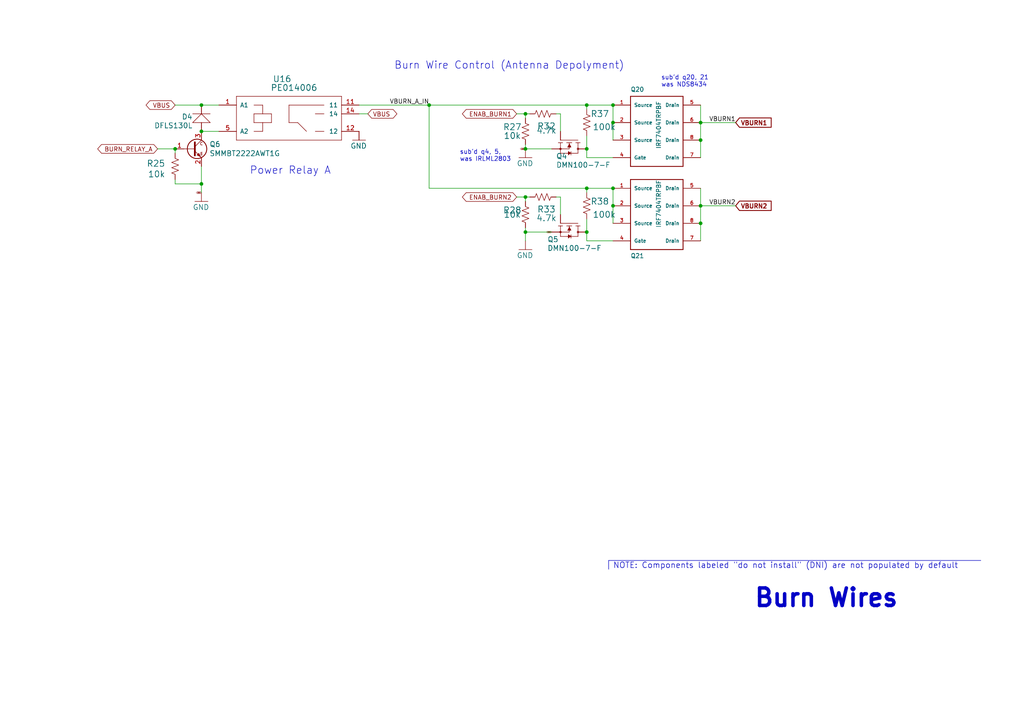
<source format=kicad_sch>
(kicad_sch (version 20230121) (generator eeschema)
  (paper "A4")
  (title_block (title "PyCubed Mainboard") (date "2021-06-09") (rev "v05c") (company "Max Holliday"))
  (lib_symbols
    (symbol "Device:R_US" (pin_numbers hide) (pin_names (offset 0))
      (property "Reference" "R" (at 2.54 0 90))
      (property "Value" "R_US" (at -2.54 0 90))
      (symbol "R_US_0_1"
        (polyline (pts (xy 0 -2.286) (xy 0 -2.54)))
        (polyline (pts (xy 0 2.286) (xy 0 2.54)))
        (polyline (pts (xy 0 -0.762) (xy 1.016 -1.143) (xy 0 -1.524) (xy -1.016 -1.905) (xy 0 -2.286)))
        (polyline (pts (xy 0 0.762) (xy 1.016 0.381) (xy 0 0) (xy -1.016 -0.381) (xy 0 -0.762)))
        (polyline (pts (xy 0 2.286) (xy 1.016 1.905) (xy 0 1.524) (xy -1.016 1.143) (xy 0 0.762)))
      )
      (symbol "R_US_1_1"
        (pin passive line (at 0 3.81 270) (length 1.27) (name "~") (number "1"))
        (pin passive line (at 0 -3.81 90) (length 1.27) (name "~") (number "2"))
      )
    )
    (symbol "mainboard:DFLS130L" (pin_names (offset 1.016))
      (property "Reference" "D" (at 0 2.54 0))
      (property "Value" "DFLS130L" (at 0 -5.08 0))
      (symbol "DFLS130L_1_0"
        (polyline (pts (xy 0 -2.54) (xy 2.54 0)))
        (polyline (pts (xy 0 2.54) (xy 0 -2.54)))
        (polyline (pts (xy 2.54 0) (xy 0 2.54)))
        (polyline (pts (xy 2.54 2.54) (xy 2.54 -2.54)))
        (pin bidirectional line (at -2.54 0 0) (length 2.54) (name "A") (number "A"))
        (pin bidirectional line (at 5.08 0 180) (length 2.54) (name "C") (number "C"))
      )
    )
    (symbol "mainboard:GND" (power) (pin_names (offset 1.016))
      (property "Value" "GND" (at -2.54 -2.54 0))
      (symbol "GND_1_0"
        (polyline (pts (xy -1.905 0) (xy 1.905 0)))
        (pin power_in line (at 0 2.54 270) (length 2.54) (name "GND") (number "1"))
      )
    )
    (symbol "mainboard:IRLML2803TRPBF" (pin_names (offset 1.016))
      (property "Reference" "Q" (at -11.43 1.27 0))
      (property "Value" "IRLML2803TRPBF" (at -11.43 3.81 0))
      (symbol "IRLML2803TRPBF_1_0"
        (polyline (pts (xy 0 2.54) (xy 0 -2.54)))
        (polyline (pts (xy 0.762 -2.54) (xy 0.762 -3.175)))
        (polyline (pts (xy 0.762 -1.905) (xy 0.762 -2.54)))
        (polyline (pts (xy 0.762 0) (xy 0.762 -0.762)))
        (polyline (pts (xy 0.762 0) (xy 2.54 0)))
        (polyline (pts (xy 0.762 0.762) (xy 0.762 0)))
        (polyline (pts (xy 0.762 2.54) (xy 0.762 1.905)))
        (polyline (pts (xy 0.762 2.54) (xy 3.81 2.54)))
        (polyline (pts (xy 0.762 3.175) (xy 0.762 2.54)))
        (polyline (pts (xy 2.54 -2.54) (xy 0.762 -2.54)))
        (polyline (pts (xy 2.54 -2.54) (xy 3.81 -2.54)))
        (polyline (pts (xy 2.54 0) (xy 2.54 -2.54)))
        (polyline (pts (xy 3.302 0.508) (xy 3.81 0.508)))
        (polyline (pts (xy 3.81 -0.508) (xy 3.81 -2.54)))
        (polyline (pts (xy 3.81 0.508) (xy 3.81 -0.508)))
        (polyline (pts (xy 3.81 0.508) (xy 4.318 0.508)))
        (polyline (pts (xy 3.81 2.54) (xy 3.81 0.508)))
        (polyline (pts (xy 1.016 0) (xy 2.032 0.508) (xy 2.032 -0.508)) (fill (type outline)))
        (polyline (pts (xy 3.81 0.508) (xy 3.302 -0.254) (xy 4.318 -0.254)) (fill (type outline)))
        (circle (center 2.54 -2.54) (radius 0.254))
        (circle (center 2.54 2.54) (radius 0.254))
        (pin passive line (at -2.54 -2.54 0) (length 2.54) (name "G") (number "1"))
        (pin passive line (at 2.54 -5.08 90) (length 2.54) (name "S") (number "2"))
        (pin passive line (at 2.54 5.08 270) (length 2.54) (name "D") (number "3"))
      )
    )
    (symbol "mainboard:MMBT2222AT" (pin_names (offset 1.016) hide)
      (property "Reference" "Q" (at -8.89 3.81 0))
      (property "Value" "MMBT2222AT" (at 2.54 -1.27 0))
      (symbol "MMBT2222AT_0_1"
        (polyline (pts (xy -5.08 0) (xy -1.905 0)))
        (polyline (pts (xy -0.127 -1.397) (xy 0.254 -1.397)))
        (polyline (pts (xy -0.127 -1.016) (xy 0.254 -1.016)))
        (polyline (pts (xy -0.127 -1.016) (xy -0.127 -1.778) (xy 0.254 -1.778)))
        (polyline (pts (xy 0.254 1.905) (xy -0.127 1.905) (xy -0.254 1.651) (xy -0.254 1.397) (xy -0.127 1.143) (xy 0.254 1.143)))
      )
      (symbol "MMBT2222AT_1_1"
        (circle (center -1.27 0) (radius 2.8194) (stroke (width 0.254)))
        (polyline (pts (xy -1.905 0.635) (xy 0 2.54)))
        (polyline (pts (xy -1.905 -0.635) (xy 0 -2.54) (xy 0 -2.54)))
        (polyline (pts (xy -1.905 1.905) (xy -1.905 -1.905) (xy -1.905 -1.905)) (stroke (width 0.508)))
        (polyline (pts (xy -1.27 -1.778) (xy -0.762 -1.27) (xy -0.254 -2.286) (xy -1.27 -1.778) (xy -1.27 -1.778)) (fill (type outline)))
        (pin input line (at -7.62 0 0) (length 2.54) (name "B") (number "1"))
        (pin passive line (at 0 -5.08 90) (length 2.54) (name "E") (number "2"))
        (pin passive line (at 0 5.08 270) (length 2.54) (name "C") (number "3"))
      )
    )
    (symbol "mainboard:NDS8434" (pin_names (offset 1.016))
      (symbol "NDS8434_0_0"
        (polyline (pts (xy -7.62 -10.16) (xy -7.62 10.16)) (stroke (width 0.254)))
        (polyline (pts (xy -7.62 10.16) (xy 7.62 10.16)) (stroke (width 0.254)))
        (polyline (pts (xy 7.62 -10.16) (xy -7.62 -10.16)) (stroke (width 0.254)))
        (polyline (pts (xy 7.62 10.16) (xy 7.62 -10.16)) (stroke (width 0.254)))
        (pin bidirectional line (at -12.7 7.62 0) (length 5.08) (name "Source") (number "1"))
        (pin bidirectional line (at -12.7 2.54 0) (length 5.08) (name "Source") (number "2"))
        (pin bidirectional line (at -12.7 -2.54 0) (length 5.08) (name "Source") (number "3"))
        (pin bidirectional line (at -12.7 -7.62 0) (length 5.08) (name "Gate") (number "4"))
        (pin bidirectional line (at 12.7 7.62 180) (length 5.08) (name "Drain") (number "5"))
        (pin bidirectional line (at 12.7 2.54 180) (length 5.08) (name "Drain") (number "6"))
        (pin bidirectional line (at 12.7 -7.62 180) (length 5.08) (name "Drain") (number "7"))
        (pin bidirectional line (at 12.7 -2.54 180) (length 5.08) (name "Drain") (number "8"))
      )
    )
    (symbol "mainboard:PE014005" (pin_names (offset 1.016))
      (property "Reference" "U" (at -2.1844 9.1186 0))
      (property "Value" "PE014005" (at -2.8194 6.5786 0))
      (symbol "PE014005_1_0"
        (polyline (pts (xy -12.7 -7.62) (xy 17.78 -7.62)))
        (polyline (pts (xy -12.7 5.08) (xy -12.7 -7.62)))
        (polyline (pts (xy -7.62 -2.54) (xy -7.62 0)))
        (polyline (pts (xy -7.62 0) (xy -5.08 0)))
        (polyline (pts (xy -7.62 2.54) (xy -5.08 2.54)))
        (polyline (pts (xy -5.08 -5.08) (xy -7.62 -5.08)))
        (polyline (pts (xy -5.08 -2.54) (xy -7.62 -2.54)))
        (polyline (pts (xy -5.08 -2.54) (xy -5.08 -5.08)))
        (polyline (pts (xy -5.08 0) (xy -2.54 0)))
        (polyline (pts (xy -5.08 2.54) (xy -5.08 0)))
        (polyline (pts (xy -2.54 -2.54) (xy -5.08 -2.54)))
        (polyline (pts (xy -2.54 0) (xy -2.54 -2.54)))
        (polyline (pts (xy 2.54 -2.54) (xy 5.08 -2.54)))
        (polyline (pts (xy 2.54 2.54) (xy 2.54 -2.54)))
        (polyline (pts (xy 5.08 -2.54) (xy 7.62 -5.08)))
        (polyline (pts (xy 12.7 -5.08) (xy 10.16 -5.08)))
        (polyline (pts (xy 12.7 0) (xy 10.16 0)))
        (polyline (pts (xy 12.7 2.54) (xy 2.54 2.54)))
        (polyline (pts (xy 17.78 -7.62) (xy 17.78 5.08)))
        (polyline (pts (xy 17.78 5.08) (xy -12.7 5.08)))
        (pin passive line (at -17.78 2.54 0) (length 5.08) (name "A1") (number "1"))
        (pin passive line (at 22.86 2.54 180) (length 5.08) (name "11") (number "11"))
        (pin passive line (at 22.86 -5.08 180) (length 5.08) (name "12") (number "12"))
        (pin passive line (at 22.86 0 180) (length 5.08) (name "14") (number "14"))
        (pin passive line (at -17.78 -5.08 0) (length 5.08) (name "A2") (number "5"))
      )
    )
  )
  (junction (at 203.2 40.64))
  (junction (at 124.46 30.48))
  (junction (at 203.2 59.69))
  (junction (at 203.2 64.77))
  (junction (at 58.42 53.34))
  (junction (at 58.42 30.48))
  (junction (at 177.8 30.48))
  (junction (at 58.42 38.1))
  (junction (at 177.8 59.69))
  (junction (at 50.8 43.18))
  (junction (at 170.18 43.18))
  (junction (at 177.8 54.61))
  (junction (at 177.8 35.56))
  (junction (at 152.4 33.02))
  (junction (at 203.2 35.56))
  (junction (at 170.18 30.48))
  (junction (at 152.4 67.31))
  (junction (at 152.4 43.18))
  (junction (at 152.4 57.15))
  (junction (at 170.18 54.61))
  (junction (at 170.18 67.31))
  (wire (pts (xy 149.86 33.02) (xy 152.4 33.02)))
  (wire (pts (xy 170.18 30.48) (xy 170.18 31.75)))
  (wire (pts (xy 170.18 69.85) (xy 170.18 67.31)))
  (wire (pts (xy 152.4 66.04) (xy 152.4 67.31)))
  (wire (pts (xy 177.8 35.56) (xy 177.8 30.48)))
  (wire (pts (xy 152.4 41.91) (xy 152.4 43.18)))
  (wire (pts (xy 161.29 57.15) (xy 162.56 57.15)))
  (wire (pts (xy 162.56 38.1) (xy 162.56 33.02)))
  (wire (pts (xy 152.4 57.15) (xy 153.67 57.15)))
  (wire (pts (xy 50.8 52.07) (xy 50.8 53.34)))
  (wire (pts (xy 152.4 57.15) (xy 152.4 58.42)))
  (wire (pts (xy 104.14 30.48) (xy 124.46 30.48)))
  (wire (pts (xy 170.18 54.61) (xy 177.8 54.61)))
  (wire (pts (xy 203.2 35.56) (xy 203.2 40.64)))
  (wire (pts (xy 170.18 30.48) (xy 177.8 30.48)))
  (wire (pts (xy 170.18 63.5) (xy 170.18 67.31)))
  (wire (pts (xy 124.46 30.48) (xy 124.46 54.61)))
  (wire (pts (xy 170.18 39.37) (xy 170.18 43.18)))
  (wire (pts (xy 152.4 43.18) (xy 160.02 43.18)))
  (wire (pts (xy 177.8 59.69) (xy 177.8 54.61)))
  (wire (pts (xy 63.5 30.48) (xy 58.42 30.48)))
  (wire (pts (xy 203.2 59.69) (xy 203.2 54.61)))
  (wire (pts (xy 161.29 33.02) (xy 162.56 33.02)))
  (wire (pts (xy 203.2 30.48) (xy 203.2 35.56)))
  (wire (pts (xy 58.42 55.88) (xy 58.42 53.34)))
  (wire (pts (xy 149.86 57.15) (xy 152.4 57.15)))
  (wire (pts (xy 170.18 54.61) (xy 170.18 55.88)))
  (wire (pts (xy 124.46 30.48) (xy 170.18 30.48)))
  (wire (pts (xy 160.02 67.31) (xy 152.4 67.31)))
  (wire (pts (xy 177.8 69.85) (xy 170.18 69.85)))
  (wire (pts (xy 152.4 33.02) (xy 152.4 34.29)))
  (wire (pts (xy 203.2 59.69) (xy 213.36 59.69)))
  (wire (pts (xy 203.2 64.77) (xy 203.2 59.69)))
  (wire (pts (xy 152.4 67.31) (xy 152.4 69.85)))
  (wire (pts (xy 50.8 43.18) (xy 50.8 44.45)))
  (wire (pts (xy 124.46 54.61) (xy 170.18 54.61)))
  (wire (pts (xy 50.8 53.34) (xy 58.42 53.34)))
  (wire (pts (xy 177.8 40.64) (xy 177.8 35.56)))
  (wire (pts (xy 104.14 33.02) (xy 106.68 33.02)))
  (wire (pts (xy 45.72 43.18) (xy 50.8 43.18)))
  (wire (pts (xy 177.8 45.72) (xy 170.18 45.72)))
  (polyline (pts (xy 176.53 162.56) (xy 284.48 162.56)))
  (wire (pts (xy 177.8 64.77) (xy 177.8 59.69)))
  (wire (pts (xy 203.2 69.85) (xy 203.2 64.77)))
  (wire (pts (xy 58.42 53.34) (xy 58.42 48.26)))
  (wire (pts (xy 152.4 33.02) (xy 153.67 33.02)))
  (wire (pts (xy 170.18 45.72) (xy 170.18 43.18)))
  (wire (pts (xy 58.42 38.1) (xy 63.5 38.1)))
  (wire (pts (xy 162.56 62.23) (xy 162.56 57.15)))
  (wire (pts (xy 203.2 40.64) (xy 203.2 45.72)))
  (wire (pts (xy 203.2 35.56) (xy 213.36 35.56)))
  (wire (pts (xy 58.42 30.48) (xy 50.8 30.48)))
  (polyline (pts (xy 176.53 165.1) (xy 176.53 162.56)))
  (text "Burn Wire Control (Antenna Depolyment)" (at 114.3 20.32 0) (effects (font (size 2.159 2.159)) (justify left bottom)))
  (text "sub'd q4, 5, \nwas IRLML2803" (at 133.35 46.99 0) (effects (font (size 1.27 1.27)) (justify left bottom)))
  (text "sub'd q20, 21\nwas NDS8434\n" (at 191.77 25.4 0) (effects (font (size 1.27 1.27)) (justify left bottom)))
  (text "NOTE: Components labeled \"do not install\" (DNI) are not populated by default" (at 177.8 165.1 0) (effects (font (size 1.651 1.651)) (justify left bottom)))
  (text "Burn Wires" (at 218.44 176.53 0) (effects (font (size 5.08 5.08) (thickness 1.016) bold) (justify left bottom)))
  (text "Power Relay A" (at 72.39 50.8 0) (effects (font (size 2.159 2.159)) (justify left bottom)))
  (label "VBURN2" (at 213.36 59.69 180))
  (label "VBURN_A_IN" (at 124.46 30.48 180))
  (label "VBURN1" (at 213.36 35.56 180))
  (global_label "VBUS" (shape bidirectional) (at 106.68 33.02 0) (property "Intersheetrefs" "${INTERSHEET_REFS}" (effects hide)))
  (global_label "BURN_RELAY_A" (shape bidirectional) (at 45.72 43.18 180) (property "Intersheetrefs" "${INTERSHEET_REFS}" (effects hide)))
  (global_label "GND" (shape bidirectional) (at 160.02 67.31 180) (effects (font (size 0.254 0.254))) (property "Intersheetrefs" "${INTERSHEET_REFS}" (effects hide)))
  (global_label "ENAB_BURN2" (shape bidirectional) (at 149.86 57.15 180) (property "Intersheetrefs" "${INTERSHEET_REFS}" (effects hide)))
  (global_label "VBUS" (shape bidirectional) (at 50.8 30.48 180) (property "Intersheetrefs" "${INTERSHEET_REFS}" (effects hide)))
  (global_label "GND" (shape bidirectional) (at 58.42 55.88 180) (effects (font (size 0.254 0.254))) (property "Intersheetrefs" "${INTERSHEET_REFS}" (effects hide)))
  (global_label "GND" (shape bidirectional) (at 152.4 43.18 180) (effects (font (size 0.254 0.254))) (property "Intersheetrefs" "${INTERSHEET_REFS}" (effects hide)))
  (global_label "VBURN1" (shape input) (at 213.36 35.56 0) (effects (font (thickness 0.254) bold)) (property "Intersheetrefs" "${INTERSHEET_REFS}" (effects hide)))
  (global_label "ENAB_BURN1" (shape bidirectional) (at 149.86 33.02 180) (property "Intersheetrefs" "${INTERSHEET_REFS}" (effects hide)))
  (global_label "VBURN2" (shape input) (at 213.36 59.69 0) (effects (font (thickness 0.254) bold)) (property "Intersheetrefs" "${INTERSHEET_REFS}" (effects hide)))
  (symbol (lib_id "Device:R_US") (at 157.48 57.15 270) (unit 1)
    (property "Reference" "R33" (at 158.496 61.722 90) (effects (font (size 1.778 1.778)) (justify bottom)))
    (property "Value" "4.7k" (at 158.496 62.23 90) (effects (font (size 1.778 1.778)) (justify top)))
    (property "Footprint" "Resistor_SMD:R_0603_1608Metric" (effects hide))
  )
  (symbol (lib_id "mainboard:DFLS130L") (at 58.42 35.56 90) (unit 1)
    (property "Reference" "D4" (at 55.88 33.02 90) (effects (font (size 1.4986 1.4986)) (justify left bottom)))
    (property "Value" "DFLS130L" (at 55.88 35.56 90) (effects (font (size 1.4986 1.4986)) (justify left bottom)))
    (property "Footprint" "mainboard:PWRDI-123" (effects hide))
    (property "Datasheet" "https://www.diodes.com/assets/Datasheets/ds30492.pdf" (effects hide))
    (property "Description" "Schottky Diode - 30V 1A" (effects hide))
    (property "Flight" "DFLS130L-7" (effects hide))
    (property "Manufacturer_Name" "Diodes Incorporated" (effects hide))
    (property "Manufacturer_Part_Number" "DFLS130L-7" (effects hide))
    (property "Proto" "DFLS130L" (effects hide))
  )
  (symbol (lib_id "Device:R_US") (at 50.8 48.26 0) (unit 1)
    (property "Reference" "R25" (at 47.9806 47.4218 0) (effects (font (size 1.778 1.778)) (justify right)))
    (property "Value" "10k" (at 47.9806 50.4952 0) (effects (font (size 1.778 1.778)) (justify right)))
    (property "Footprint" "Resistor_SMD:R_0603_1608Metric" (effects hide))
  )
  (symbol (lib_id "mainboard:GND") (at 152.4 72.39 0) (unit 1)
    (property "Reference" "#GND056" (effects hide))
    (property "Value" "GND" (at 149.86 74.93 0) (effects (font (size 1.4986 1.4986)) (justify left bottom)))
  )
  (symbol (lib_id "Device:R_US") (at 152.4 62.23 0) (unit 1)
    (property "Reference" "R28" (at 148.59 61.976 0) (effects (font (size 1.778 1.778)) (justify bottom)))
    (property "Value" "10k" (at 148.59 61.214 0) (effects (font (size 1.778 1.778)) (justify top)))
    (property "Footprint" "Resistor_SMD:R_0603_1608Metric" (effects hide))
  )
  (symbol (lib_id "mainboard:NDS8434") (at 190.5 38.1 0) (unit 1)
    (property "Reference" "Q20" (at 182.88 26.67 0) (effects (justify left bottom)))
    (property "Value" "IRF7404TRPBF" (at 191.77 43.18 90) (effects (justify left bottom)))
    (property "Footprint" "Package_SO:SOIC-8_3.9x4.9mm_P1.27mm" (effects hide))
    (property "Description" "P-Channel MOSFET" (effects hide))
    (property "Flight" "IRF7404TRPBF" (effects hide))
  )
  (symbol (lib_id "mainboard:NDS8434") (at 190.5 62.23 0) (unit 1)
    (property "Reference" "Q21" (at 182.88 74.93 0) (effects (justify left bottom)))
    (property "Value" "IRF7404TRPBF" (at 191.77 66.04 90) (effects (justify left bottom)))
    (property "Footprint" "Package_SO:SOIC-8_3.9x4.9mm_P1.27mm" (effects hide))
    (property "Description" "P-Channel MOSFET" (effects hide))
    (property "Flight" "IRF7404TRPBF" (effects hide))
  )
  (symbol (lib_id "mainboard:MMBT2222AT") (at 58.42 43.18 0) (unit 1)
    (property "Reference" "Q6" (at 60.7314 41.8338 0) (effects (font (size 1.4986 1.4986)) (justify left)))
    (property "Value" "SMMBT2222AWT1G" (at 60.7314 44.5008 0) (effects (font (size 1.4986 1.4986)) (justify left)))
    (property "Footprint" "Package_TO_SOT_SMD:SOT-323_SC-70" (effects hide))
    (property "Description" "Single NPN BJT" (effects hide))
  )
  (symbol (lib_id "Device:R_US") (at 152.4 38.1 0) (unit 1)
    (property "Reference" "R27" (at 148.59 37.846 0) (effects (font (size 1.778 1.778)) (justify bottom)))
    (property "Value" "10k" (at 148.59 38.354 0) (effects (font (size 1.778 1.778)) (justify top)))
    (property "Footprint" "Resistor_SMD:R_0603_1608Metric" (effects hide))
  )
  (symbol (lib_id "mainboard:IRLML2803TRPBF") (at 165.1 64.77 270) (unit 1)
    (property "Reference" "Q5" (at 158.75 68.58 90) (effects (font (size 1.4986 1.4986)) (justify left top)))
    (property "Value" "DMN100-7-F" (at 158.75 71.12 90) (effects (font (size 1.4986 1.4986)) (justify left top)))
    (property "Footprint" "mainboard:SOT-23" (effects hide))
    (property "Description" "Single N-Channel MOSFET" (effects hide))
    (property "Flight" "DMN100-7-F" (effects hide))
  )
  (symbol (lib_id "Device:R_US") (at 157.48 33.02 270) (unit 1)
    (property "Reference" "R32" (at 158.496 37.592 90) (effects (font (size 1.778 1.778)) (justify bottom)))
    (property "Value" "4.7k" (at 158.496 36.83 90) (effects (font (size 1.778 1.778)) (justify top)))
    (property "Footprint" "Resistor_SMD:R_0603_1608Metric" (effects hide))
  )
  (symbol (lib_id "Device:R_US") (at 170.18 35.56 180) (unit 1)
    (property "Reference" "R37" (at 173.99 32.004 0) (effects (font (size 1.778 1.778)) (justify bottom)))
    (property "Value" "100k" (at 175.26 37.846 0) (effects (font (size 1.778 1.778)) (justify top)))
    (property "Footprint" "Resistor_SMD:R_0603_1608Metric" (effects hide))
  )
  (symbol (lib_id "Device:R_US") (at 170.18 59.69 180) (unit 1)
    (property "Reference" "R38" (at 173.99 57.404 0) (effects (font (size 1.778 1.778)) (justify bottom)))
    (property "Value" "100k" (at 175.26 63.246 0) (effects (font (size 1.778 1.778)) (justify top)))
    (property "Footprint" "Resistor_SMD:R_0603_1608Metric" (effects hide))
  )
  (symbol (lib_id "mainboard:GND") (at 104.14 40.64 0) (unit 1)
    (property "Reference" "#GND052" (effects hide))
    (property "Value" "GND" (at 101.6 43.18 0) (effects (font (size 1.4986 1.4986)) (justify left bottom)))
  )
  (symbol (lib_id "mainboard:PE014005") (at 81.28 33.02 0) (unit 1)
    (property "Reference" "U16" (at 79.0956 23.9014 0) (effects (font (size 1.7526 1.7526)) (justify left bottom)))
    (property "Value" "PE014006" (at 78.4606 26.4414 0) (effects (font (size 1.7526 1.7526)) (justify left bottom)))
    (property "Footprint" "mainboard:RELAY_PE014006" (effects hide))
    (property "Datasheet" "https://www.te.com/usa-en/product-PE014006.html" (effects hide))
    (property "Description" "5A 6V SPDT General Purpose Relay" (effects hide))
    (property "Flight" "PE014006 TE" (effects hide))
    (property "Manufacturer_Name" "TE Connectivity" (effects hide))
    (property "Manufacturer_Part_Number" "PE014006 TE" (effects hide))
    (property "Proto" "TE Connectivity" (effects hide))
  )
  (symbol (lib_id "mainboard:IRLML2803TRPBF") (at 165.1 40.64 270) (unit 1)
    (property "Reference" "Q4" (at 161.29 44.45 90) (effects (font (size 1.4986 1.4986)) (justify left top)))
    (property "Value" "DMN100-7-F" (at 161.29 46.99 90) (effects (font (size 1.4986 1.4986)) (justify left top)))
    (property "Footprint" "mainboard:SOT-23" (effects hide))
    (property "Description" "Single N-Channel MOSFET" (effects hide))
    (property "Flight" "DMN100-7-F" (effects hide))
  )
  (symbol (lib_id "mainboard:GND") (at 152.4 45.72 0) (unit 1)
    (property "Reference" "#GND055" (effects hide))
    (property "Value" "GND" (at 149.86 48.26 0) (effects (font (size 1.4986 1.4986)) (justify left bottom)))
  )
  (symbol (lib_id "mainboard:GND") (at 58.42 58.42 0) (unit 1)
    (property "Reference" "#GND049" (effects hide))
    (property "Value" "GND" (at 55.88 60.96 0) (effects (font (size 1.4986 1.4986)) (justify left bottom)))
  )
)
</source>
